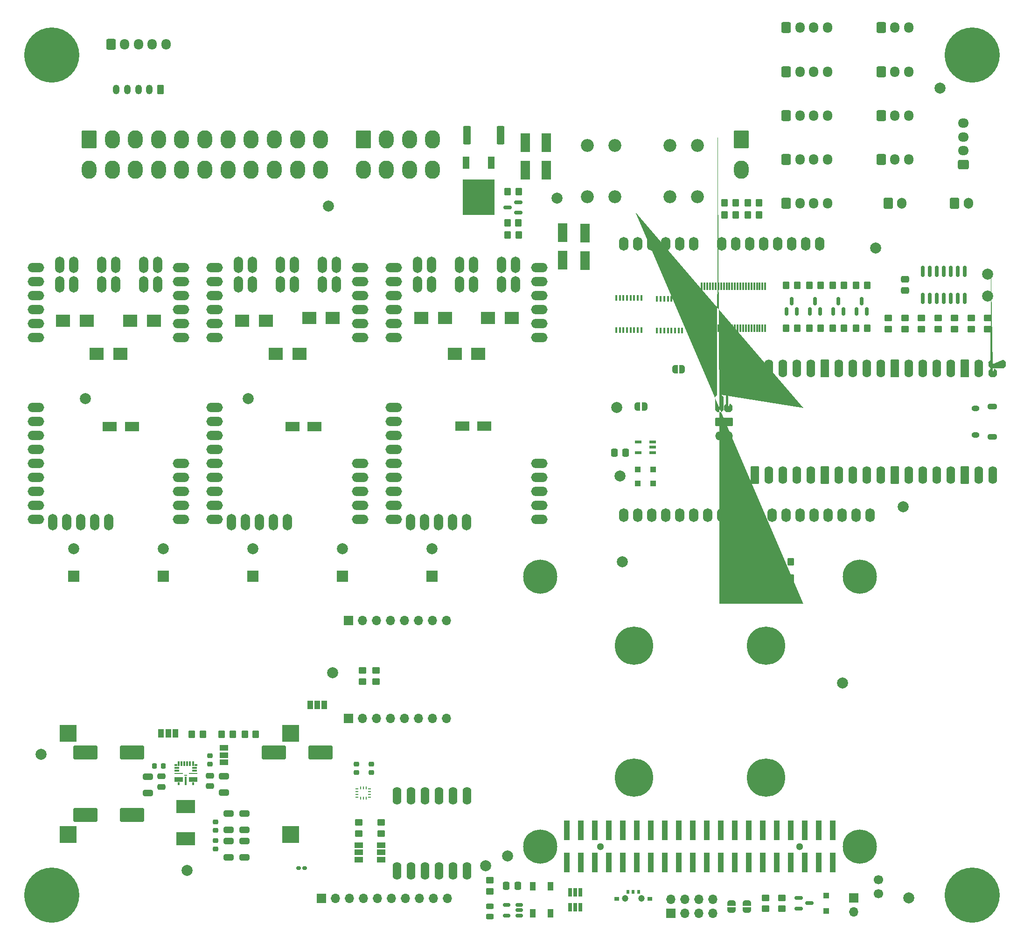
<source format=gbr>
%TF.GenerationSoftware,KiCad,Pcbnew,6.0.11+dfsg-1~bpo11+1*%
%TF.CreationDate,2023-04-27T19:59:20+00:00*%
%TF.ProjectId,OpenMowerMainboard,4f70656e-4d6f-4776-9572-4d61696e626f,rev?*%
%TF.SameCoordinates,Original*%
%TF.FileFunction,Soldermask,Top*%
%TF.FilePolarity,Negative*%
%FSLAX46Y46*%
G04 Gerber Fmt 4.6, Leading zero omitted, Abs format (unit mm)*
G04 Created by KiCad (PCBNEW 6.0.11+dfsg-1~bpo11+1) date 2023-04-27 19:59:20*
%MOMM*%
%LPD*%
G01*
G04 APERTURE LIST*
G04 Aperture macros list*
%AMRoundRect*
0 Rectangle with rounded corners*
0 $1 Rounding radius*
0 $2 $3 $4 $5 $6 $7 $8 $9 X,Y pos of 4 corners*
0 Add a 4 corners polygon primitive as box body*
4,1,4,$2,$3,$4,$5,$6,$7,$8,$9,$2,$3,0*
0 Add four circle primitives for the rounded corners*
1,1,$1+$1,$2,$3*
1,1,$1+$1,$4,$5*
1,1,$1+$1,$6,$7*
1,1,$1+$1,$8,$9*
0 Add four rect primitives between the rounded corners*
20,1,$1+$1,$2,$3,$4,$5,0*
20,1,$1+$1,$4,$5,$6,$7,0*
20,1,$1+$1,$6,$7,$8,$9,0*
20,1,$1+$1,$8,$9,$2,$3,0*%
%AMFreePoly0*
4,1,22,0.500000,-0.750000,0.000000,-0.750000,0.000000,-0.745033,-0.079941,-0.743568,-0.215256,-0.701293,-0.333266,-0.622738,-0.424486,-0.514219,-0.481581,-0.384460,-0.499164,-0.250000,-0.500000,-0.250000,-0.500000,0.250000,-0.499164,0.250000,-0.499963,0.256109,-0.478152,0.396186,-0.417904,0.524511,-0.324060,0.630769,-0.204165,0.706417,-0.067858,0.745374,0.000000,0.744959,0.000000,0.750000,
0.500000,0.750000,0.500000,-0.750000,0.500000,-0.750000,$1*%
%AMFreePoly1*
4,1,20,0.000000,0.744959,0.073905,0.744508,0.209726,0.703889,0.328688,0.626782,0.421226,0.519385,0.479903,0.390333,0.500000,0.250000,0.500000,-0.250000,0.499851,-0.262216,0.476331,-0.402017,0.414519,-0.529596,0.319384,-0.634700,0.198574,-0.708877,0.061801,-0.746166,0.000000,-0.745033,0.000000,-0.750000,-0.500000,-0.750000,-0.500000,0.750000,0.000000,0.750000,0.000000,0.744959,
0.000000,0.744959,$1*%
%AMFreePoly2*
4,1,57,1.881438,0.792513,1.914631,0.788760,1.924366,0.782642,1.935575,0.780064,1.961670,0.759195,1.989950,0.741421,2.341668,0.389704,2.359398,0.361385,2.380215,0.335261,2.382772,0.324050,2.388875,0.314303,2.392571,0.281098,2.400000,0.248529,2.400000,-0.248878,2.392513,-0.281438,2.388760,-0.314632,2.382641,-0.324367,2.380064,-0.335575,2.359196,-0.361669,2.341421,-0.389950,
1.989704,-0.741668,1.961385,-0.759398,1.935261,-0.780215,1.924050,-0.782772,1.914303,-0.788875,1.881098,-0.792571,1.848529,-0.800000,-0.248878,-0.800000,-0.281438,-0.792513,-0.314632,-0.788760,-0.324367,-0.782641,-0.335575,-0.780064,-0.361669,-0.759196,-0.389950,-0.741421,-0.741668,-0.389704,-0.759398,-0.361385,-0.780215,-0.335261,-0.782772,-0.324050,-0.788875,-0.314303,-0.792571,-0.281098,
-0.800000,-0.248529,-0.800000,0.248878,-0.792513,0.281438,-0.788760,0.314631,-0.782642,0.324366,-0.780064,0.335575,-0.759195,0.361670,-0.741421,0.389950,-0.389704,0.741668,-0.361385,0.759398,-0.335261,0.780215,-0.324050,0.782772,-0.314303,0.788875,-0.281098,0.792571,-0.248529,0.800000,1.848878,0.800000,1.881438,0.792513,1.881438,0.792513,$1*%
%AMFreePoly3*
4,1,57,0.281438,0.792513,0.314631,0.788760,0.324366,0.782642,0.335575,0.780064,0.361670,0.759195,0.389950,0.741421,0.741668,0.389704,0.759398,0.361385,0.780215,0.335261,0.782772,0.324050,0.788875,0.314303,0.792571,0.281098,0.800000,0.248529,0.800000,-0.248878,0.792513,-0.281438,0.788760,-0.314632,0.782641,-0.324367,0.780064,-0.335575,0.759196,-0.361669,0.741421,-0.389950,
0.389704,-0.741668,0.361385,-0.759398,0.335261,-0.780215,0.324050,-0.782772,0.314303,-0.788875,0.281098,-0.792571,0.248529,-0.800000,-0.248878,-0.800000,-0.281438,-0.792513,-0.314632,-0.788760,-0.324367,-0.782641,-0.335575,-0.780064,-0.361669,-0.759196,-0.389950,-0.741421,-0.741668,-0.389704,-0.759398,-0.361385,-0.780215,-0.335261,-0.782772,-0.324050,-0.788875,-0.314303,-0.792571,-0.281098,
-0.800000,-0.248529,-0.800000,0.248878,-0.792513,0.281438,-0.788760,0.314631,-0.782642,0.324366,-0.780064,0.335575,-0.759195,0.361670,-0.741421,0.389950,-0.389704,0.741668,-0.361385,0.759398,-0.335261,0.780215,-0.324050,0.782772,-0.314303,0.788875,-0.281098,0.792571,-0.248529,0.800000,0.248878,0.800000,0.281438,0.792513,0.281438,0.792513,$1*%
%AMFreePoly4*
4,1,57,0.281438,2.392513,0.314631,2.388760,0.324366,2.382642,0.335575,2.380064,0.361670,2.359195,0.389950,2.341421,0.741668,1.989704,0.759398,1.961385,0.780215,1.935261,0.782772,1.924050,0.788875,1.914303,0.792571,1.881098,0.800000,1.848529,0.800000,-0.248878,0.792513,-0.281438,0.788760,-0.314632,0.782641,-0.324367,0.780064,-0.335575,0.759196,-0.361669,0.741421,-0.389950,
0.389704,-0.741668,0.361385,-0.759398,0.335261,-0.780215,0.324050,-0.782772,0.314303,-0.788875,0.281098,-0.792571,0.248529,-0.800000,-0.248878,-0.800000,-0.281438,-0.792513,-0.314632,-0.788760,-0.324367,-0.782641,-0.335575,-0.780064,-0.361669,-0.759196,-0.389950,-0.741421,-0.741668,-0.389704,-0.759398,-0.361385,-0.780215,-0.335261,-0.782772,-0.324050,-0.788875,-0.314303,-0.792571,-0.281098,
-0.800000,-0.248529,-0.800000,1.848878,-0.792513,1.881438,-0.788760,1.914631,-0.782642,1.924366,-0.780064,1.935575,-0.759195,1.961670,-0.741421,1.989950,-0.389704,2.341668,-0.361385,2.359398,-0.335261,2.380215,-0.324050,2.382772,-0.314303,2.388875,-0.281098,2.392571,-0.248529,2.400000,0.248878,2.400000,0.281438,2.392513,0.281438,2.392513,$1*%
G04 Aperture macros list end*
%ADD10RoundRect,0.250001X-1.099999X-1.399999X1.099999X-1.399999X1.099999X1.399999X-1.099999X1.399999X0*%
%ADD11O,2.700000X3.300000*%
%ADD12RoundRect,0.250000X-0.600000X-0.725000X0.600000X-0.725000X0.600000X0.725000X-0.600000X0.725000X0*%
%ADD13O,1.700000X1.950000*%
%ADD14RoundRect,0.249999X0.350001X0.625001X-0.350001X0.625001X-0.350001X-0.625001X0.350001X-0.625001X0*%
%ADD15O,1.200000X1.750000*%
%ADD16C,0.900000*%
%ADD17C,10.000000*%
%ADD18R,1.800000X3.500000*%
%ADD19C,2.000000*%
%ADD20O,3.000000X1.700000*%
%ADD21O,1.700000X3.000000*%
%ADD22R,0.400000X1.000000*%
%ADD23RoundRect,0.250000X-0.450000X0.350000X-0.450000X-0.350000X0.450000X-0.350000X0.450000X0.350000X0*%
%ADD24RoundRect,0.225000X-0.250000X0.225000X-0.250000X-0.225000X0.250000X-0.225000X0.250000X0.225000X0*%
%ADD25RoundRect,0.150000X-0.587500X-0.150000X0.587500X-0.150000X0.587500X0.150000X-0.587500X0.150000X0*%
%ADD26RoundRect,0.250000X0.350000X0.450000X-0.350000X0.450000X-0.350000X-0.450000X0.350000X-0.450000X0*%
%ADD27RoundRect,0.250000X-0.350000X-0.450000X0.350000X-0.450000X0.350000X0.450000X-0.350000X0.450000X0*%
%ADD28R,0.475000X0.250000*%
%ADD29R,0.250000X0.475000*%
%ADD30RoundRect,0.250000X-0.337500X-0.475000X0.337500X-0.475000X0.337500X0.475000X-0.337500X0.475000X0*%
%ADD31R,2.000000X2.000000*%
%ADD32RoundRect,0.243750X-0.456250X0.243750X-0.456250X-0.243750X0.456250X-0.243750X0.456250X0.243750X0*%
%ADD33RoundRect,0.250000X0.450000X-0.350000X0.450000X0.350000X-0.450000X0.350000X-0.450000X-0.350000X0*%
%ADD34C,6.950000*%
%ADD35RoundRect,0.150000X0.512500X0.150000X-0.512500X0.150000X-0.512500X-0.150000X0.512500X-0.150000X0*%
%ADD36RoundRect,0.250000X1.950000X1.000000X-1.950000X1.000000X-1.950000X-1.000000X1.950000X-1.000000X0*%
%ADD37C,2.350000*%
%ADD38RoundRect,0.225000X0.250000X-0.225000X0.250000X0.225000X-0.250000X0.225000X-0.250000X-0.225000X0*%
%ADD39R,1.000000X1.500000*%
%ADD40R,1.100000X1.100000*%
%ADD41R,1.700000X1.700000*%
%ADD42O,1.700000X1.700000*%
%ADD43R,1.500000X1.000000*%
%ADD44RoundRect,0.250000X0.650000X-0.325000X0.650000X0.325000X-0.650000X0.325000X-0.650000X-0.325000X0*%
%ADD45R,2.500000X2.300000*%
%ADD46R,3.429000X2.413000*%
%ADD47R,2.500000X1.800000*%
%ADD48RoundRect,0.250000X-0.475000X0.337500X-0.475000X-0.337500X0.475000X-0.337500X0.475000X0.337500X0*%
%ADD49RoundRect,0.150000X0.150000X-0.587500X0.150000X0.587500X-0.150000X0.587500X-0.150000X-0.587500X0*%
%ADD50R,3.048000X3.048000*%
%ADD51C,6.200000*%
%ADD52C,1.300000*%
%ADD53R,1.020000X3.600000*%
%ADD54FreePoly0,180.000000*%
%ADD55FreePoly1,180.000000*%
%ADD56RoundRect,0.250000X-0.650000X0.325000X-0.650000X-0.325000X0.650000X-0.325000X0.650000X0.325000X0*%
%ADD57R,0.650000X1.560000*%
%ADD58RoundRect,0.250000X-0.600000X-0.750000X0.600000X-0.750000X0.600000X0.750000X-0.600000X0.750000X0*%
%ADD59O,1.700000X2.000000*%
%ADD60RoundRect,0.250000X-1.950000X-1.000000X1.950000X-1.000000X1.950000X1.000000X-1.950000X1.000000X0*%
%ADD61R,0.300000X1.425000*%
%ADD62R,1.150000X0.600000*%
%ADD63RoundRect,0.225000X0.225000X0.250000X-0.225000X0.250000X-0.225000X-0.250000X0.225000X-0.250000X0*%
%ADD64RoundRect,0.250000X0.725000X-0.600000X0.725000X0.600000X-0.725000X0.600000X-0.725000X-0.600000X0*%
%ADD65O,1.950000X1.700000*%
%ADD66C,1.200000*%
%ADD67R,0.600000X0.700000*%
%ADD68R,0.900000X0.700000*%
%ADD69RoundRect,0.250000X-0.475000X0.250000X-0.475000X-0.250000X0.475000X-0.250000X0.475000X0.250000X0*%
%ADD70R,1.200000X2.200000*%
%ADD71R,5.800000X6.400000*%
%ADD72O,1.800000X1.100000*%
%ADD73O,1.450000X1.050000*%
%ADD74FreePoly2,270.000000*%
%ADD75FreePoly3,270.000000*%
%ADD76C,1.600000*%
%ADD77O,1.600000X3.200000*%
%ADD78RoundRect,0.200000X-0.600000X0.600000X-0.600000X-0.600000X0.600000X-0.600000X0.600000X0.600000X0*%
%ADD79RoundRect,0.200000X-0.600000X1.400000X-0.600000X-1.400000X0.600000X-1.400000X0.600000X1.400000X0*%
%ADD80FreePoly4,270.000000*%
%ADD81RoundRect,0.200000X-1.400000X0.600000X-1.400000X-0.600000X1.400000X-0.600000X1.400000X0.600000X0*%
%ADD82O,3.200000X1.600000*%
%ADD83RoundRect,0.160000X0.222500X0.160000X-0.222500X0.160000X-0.222500X-0.160000X0.222500X-0.160000X0*%
%ADD84C,1.700000*%
%ADD85FreePoly0,90.000000*%
%ADD86FreePoly1,90.000000*%
%ADD87RoundRect,0.250000X0.337500X0.475000X-0.337500X0.475000X-0.337500X-0.475000X0.337500X-0.475000X0*%
%ADD88R,0.875000X0.300000*%
%ADD89R,1.525000X0.250000*%
%ADD90R,1.525000X0.950000*%
%ADD91R,0.450000X0.600000*%
%ADD92R,0.300000X1.650000*%
%ADD93R,0.450000X0.875000*%
%ADD94R,0.300000X0.875000*%
%ADD95R,0.500000X0.350000*%
%ADD96R,0.600000X0.250000*%
%ADD97RoundRect,0.249999X0.450001X1.425001X-0.450001X1.425001X-0.450001X-1.425001X0.450001X-1.425001X0*%
%ADD98RoundRect,0.150000X0.150000X-0.825000X0.150000X0.825000X-0.150000X0.825000X-0.150000X-0.825000X0*%
%ADD99O,1.727200X2.500000*%
%ADD100RoundRect,0.150000X0.587500X0.150000X-0.587500X0.150000X-0.587500X-0.150000X0.587500X-0.150000X0*%
G04 APERTURE END LIST*
D10*
%TO.C,J1*%
X33250000Y-45250000D03*
D11*
X37450000Y-45250000D03*
X41650000Y-45250000D03*
X45850000Y-45250000D03*
X50050000Y-45250000D03*
X54250000Y-45250000D03*
X58450000Y-45250000D03*
X62650000Y-45250000D03*
X66850000Y-45250000D03*
X71050000Y-45250000D03*
X75250000Y-45250000D03*
X33250000Y-50750000D03*
X37450000Y-50750000D03*
X41650000Y-50750000D03*
X45850000Y-50750000D03*
X50050000Y-50750000D03*
X54250000Y-50750000D03*
X58450000Y-50750000D03*
X62650000Y-50750000D03*
X66850000Y-50750000D03*
X71050000Y-50750000D03*
X75250000Y-50750000D03*
%TD*%
D10*
%TO.C,J2*%
X83000000Y-45250000D03*
D11*
X87200000Y-45250000D03*
X91400000Y-45250000D03*
X95600000Y-45250000D03*
X83000000Y-50750000D03*
X87200000Y-50750000D03*
X91400000Y-50750000D03*
X95600000Y-50750000D03*
%TD*%
D10*
%TO.C,J3*%
X151600000Y-45250000D03*
D11*
X151600000Y-50750000D03*
%TD*%
D12*
%TO.C,J13*%
X177000000Y-40935000D03*
D13*
X179500000Y-40935000D03*
X182000000Y-40935000D03*
%TD*%
D12*
%TO.C,J14*%
X177000000Y-48902500D03*
D13*
X179500000Y-48902500D03*
X182000000Y-48902500D03*
%TD*%
D12*
%TO.C,J5*%
X159750000Y-25000000D03*
D13*
X162250000Y-25000000D03*
X164750000Y-25000000D03*
X167250000Y-25000000D03*
%TD*%
D12*
%TO.C,J6*%
X159750000Y-32967500D03*
D13*
X162250000Y-32967500D03*
X164750000Y-32967500D03*
X167250000Y-32967500D03*
%TD*%
D12*
%TO.C,J7*%
X159750000Y-40935000D03*
D13*
X162250000Y-40935000D03*
X164750000Y-40935000D03*
X167250000Y-40935000D03*
%TD*%
D12*
%TO.C,J8*%
X159750000Y-48902500D03*
D13*
X162250000Y-48902500D03*
X164750000Y-48902500D03*
X167250000Y-48902500D03*
%TD*%
D12*
%TO.C,J9*%
X159750000Y-56870000D03*
D13*
X162250000Y-56870000D03*
X164750000Y-56870000D03*
X167250000Y-56870000D03*
%TD*%
D12*
%TO.C,J12*%
X177000000Y-32967500D03*
D13*
X179500000Y-32967500D03*
X182000000Y-32967500D03*
%TD*%
D14*
%TO.C,J10*%
X46196000Y-36195000D03*
D15*
X44196000Y-36195000D03*
X42196000Y-36195000D03*
X40196000Y-36195000D03*
X38196000Y-36195000D03*
%TD*%
D12*
%TO.C,J11*%
X177000000Y-25000000D03*
D13*
X179500000Y-25000000D03*
X182000000Y-25000000D03*
%TD*%
D16*
%TO.C,H1*%
X23848350Y-32651650D03*
X29151650Y-27348350D03*
X22750000Y-30000000D03*
X30250000Y-30000000D03*
X23848350Y-27348350D03*
X29151650Y-32651650D03*
X26500000Y-26250000D03*
X26500000Y-33750000D03*
D17*
X26500000Y-30000000D03*
%TD*%
D16*
%TO.C,H2*%
X30250000Y-182500000D03*
D17*
X26500000Y-182500000D03*
D16*
X23848350Y-179848350D03*
X22750000Y-182500000D03*
X29151650Y-179848350D03*
X26500000Y-186250000D03*
X29151650Y-185151650D03*
X26500000Y-178750000D03*
X23848350Y-185151650D03*
%TD*%
%TO.C,H3*%
X196151650Y-32651650D03*
X197250000Y-30000000D03*
X193500000Y-26250000D03*
D17*
X193500000Y-30000000D03*
D16*
X193500000Y-33750000D03*
X196151650Y-27348350D03*
X190848350Y-27348350D03*
X190848350Y-32651650D03*
X189750000Y-30000000D03*
%TD*%
%TO.C,H4*%
X193500000Y-186250000D03*
X196151650Y-179848350D03*
X197250000Y-182500000D03*
X190848350Y-185151650D03*
X190848350Y-179848350D03*
X196151650Y-185151650D03*
D17*
X193500000Y-182500000D03*
D16*
X189750000Y-182500000D03*
X193500000Y-178750000D03*
%TD*%
D18*
%TO.C,D15*%
X123250000Y-67300000D03*
X123250000Y-62300000D03*
%TD*%
D19*
%TO.C,FID16*%
X118200000Y-55950000D03*
%TD*%
D20*
%TO.C,U5*%
X56060000Y-111775000D03*
X56060000Y-109235000D03*
X56060000Y-104155000D03*
X56060000Y-101615000D03*
X56060000Y-99075000D03*
X56060000Y-76215000D03*
X82460000Y-73675000D03*
X82460000Y-76215000D03*
X56060000Y-106695000D03*
X56060000Y-73675000D03*
X56060000Y-96535000D03*
D21*
X59100000Y-114815000D03*
X61640000Y-114815000D03*
X66720000Y-114815000D03*
X69260000Y-114815000D03*
D20*
X82460000Y-114315000D03*
X82460000Y-111775000D03*
X82460000Y-109235000D03*
X82460000Y-106695000D03*
X82460000Y-68595000D03*
D21*
X64180000Y-114815000D03*
D20*
X82460000Y-71135000D03*
X56060000Y-93995000D03*
X56060000Y-114315000D03*
X82460000Y-104155000D03*
X56060000Y-68595000D03*
X56060000Y-71135000D03*
D21*
X75610000Y-71635000D03*
X78150000Y-71635000D03*
X78150000Y-68095000D03*
X75610000Y-68095000D03*
X70530000Y-68095000D03*
X67990000Y-71635000D03*
X70530000Y-71635000D03*
X67990000Y-68095000D03*
D20*
X56060000Y-78755000D03*
X56060000Y-81295000D03*
X82460000Y-81295000D03*
X82460000Y-78755000D03*
D21*
X60370000Y-68095000D03*
X62910000Y-71635000D03*
X62910000Y-68095000D03*
X60370000Y-71635000D03*
%TD*%
D22*
%TO.C,U9*%
X128925000Y-79900000D03*
X129575000Y-79900000D03*
X130225000Y-79900000D03*
X130875000Y-79900000D03*
X131525000Y-79900000D03*
X132175000Y-79900000D03*
X132825000Y-79900000D03*
X133475000Y-79900000D03*
X133475000Y-74100000D03*
X132825000Y-74100000D03*
X132175000Y-74100000D03*
X131525000Y-74100000D03*
X130875000Y-74100000D03*
X130225000Y-74100000D03*
X129575000Y-74100000D03*
X128925000Y-74100000D03*
%TD*%
D23*
%TO.C,R5*%
X159000000Y-183000000D03*
X159000000Y-185000000D03*
%TD*%
D24*
%TO.C,C19*%
X56200000Y-172625000D03*
X56200000Y-174175000D03*
%TD*%
D25*
%TO.C,Q3*%
X162062500Y-183050000D03*
X162062500Y-184950000D03*
X163937500Y-184000000D03*
%TD*%
D26*
%TO.C,R41*%
X154800000Y-56800000D03*
X152800000Y-56800000D03*
%TD*%
D27*
%TO.C,R26*%
X109220000Y-62650000D03*
X111220000Y-62650000D03*
%TD*%
D28*
%TO.C,AC1201*%
X84162500Y-164750000D03*
X84162500Y-164250000D03*
X84162500Y-163750000D03*
X84162500Y-163250000D03*
D29*
X83500000Y-163087500D03*
X83000000Y-163087500D03*
X82500000Y-163087500D03*
D28*
X81837500Y-163250000D03*
X81837500Y-163750000D03*
X81837500Y-164250000D03*
X81837500Y-164750000D03*
D29*
X82500000Y-164912500D03*
X83000000Y-164912500D03*
X83500000Y-164912500D03*
%TD*%
D19*
%TO.C,FID6*%
X130000000Y-122000000D03*
%TD*%
D30*
%TO.C,C25*%
X108962500Y-180800000D03*
X111037500Y-180800000D03*
%TD*%
D31*
%TO.C,C3*%
X79235005Y-124612400D03*
D19*
X79235005Y-119612400D03*
%TD*%
D32*
%TO.C,D23*%
X106000000Y-184522500D03*
X106000000Y-186397500D03*
%TD*%
D33*
%TO.C,R14*%
X86223200Y-171352000D03*
X86223200Y-169352000D03*
%TD*%
D34*
%TO.C,MH6*%
X132100000Y-161200000D03*
%TD*%
D35*
%TO.C,U7*%
X111307500Y-186220000D03*
X111307500Y-185270000D03*
X111307500Y-184320000D03*
X109032500Y-184320000D03*
X109032500Y-186220000D03*
%TD*%
D36*
%TO.C,C10*%
X41000000Y-168000000D03*
X32600000Y-168000000D03*
%TD*%
D37*
%TO.C,F4*%
X128675000Y-55700000D03*
X123675000Y-55700000D03*
X143675000Y-55700000D03*
X138675000Y-55700000D03*
%TD*%
D26*
%TO.C,R40*%
X150600000Y-56800000D03*
X148600000Y-56800000D03*
%TD*%
D38*
%TO.C,C24*%
X81750000Y-160275000D03*
X81750000Y-158725000D03*
%TD*%
D33*
%TO.C,R50*%
X196320000Y-79720000D03*
X196320000Y-77720000D03*
%TD*%
D39*
%TO.C,JP1*%
X75946000Y-147980400D03*
X74646000Y-147980400D03*
X73346000Y-147980400D03*
%TD*%
D26*
%TO.C,R43*%
X154800000Y-59000000D03*
X152800000Y-59000000D03*
%TD*%
D23*
%TO.C,R13*%
X85344000Y-141748000D03*
X85344000Y-143748000D03*
%TD*%
D40*
%TO.C,D14*%
X132800000Y-107800000D03*
X135600000Y-107800000D03*
%TD*%
D31*
%TO.C,C2*%
X30428020Y-124612400D03*
D19*
X30428020Y-119612400D03*
%TD*%
D20*
%TO.C,U4*%
X23560000Y-111775000D03*
X23560000Y-109235000D03*
X23560000Y-104155000D03*
X23560000Y-101615000D03*
X23560000Y-99075000D03*
X23560000Y-76215000D03*
X49960000Y-73675000D03*
X23560000Y-106695000D03*
X23560000Y-73675000D03*
X49960000Y-76215000D03*
X23560000Y-96535000D03*
D21*
X26600000Y-114815000D03*
X29140000Y-114815000D03*
X34220000Y-114815000D03*
X36760000Y-114815000D03*
D20*
X49960000Y-114315000D03*
X49960000Y-111775000D03*
X49960000Y-109235000D03*
X49960000Y-106695000D03*
D21*
X31680000Y-114815000D03*
D20*
X23560000Y-71135000D03*
X23560000Y-114315000D03*
X49960000Y-71135000D03*
X49960000Y-68595000D03*
X23560000Y-93995000D03*
X49960000Y-104155000D03*
X23560000Y-68595000D03*
D21*
X45650000Y-68095000D03*
X43110000Y-71635000D03*
X45650000Y-71635000D03*
X43110000Y-68095000D03*
X38030000Y-71635000D03*
X35490000Y-71635000D03*
X35490000Y-68095000D03*
X38030000Y-68095000D03*
D20*
X23560000Y-81295000D03*
X23560000Y-78755000D03*
X49960000Y-81295000D03*
X49960000Y-78755000D03*
D21*
X30410000Y-71635000D03*
X27870000Y-71635000D03*
X30410000Y-68095000D03*
X27870000Y-68095000D03*
%TD*%
D41*
%TO.C,J20*%
X75392200Y-183083200D03*
D42*
X77932200Y-183083200D03*
X80472200Y-183083200D03*
X83012200Y-183083200D03*
X85552200Y-183083200D03*
X88092200Y-183083200D03*
X90632200Y-183083200D03*
X93172200Y-183083200D03*
X95712200Y-183083200D03*
X98252200Y-183083200D03*
%TD*%
D27*
%TO.C,R15*%
X168216666Y-79600000D03*
X170216666Y-79600000D03*
%TD*%
D34*
%TO.C,MH7*%
X132100000Y-137200000D03*
%TD*%
D19*
%TO.C,FID5*%
X182000000Y-183000000D03*
%TD*%
D23*
%TO.C,R48*%
X193320000Y-77720000D03*
X193320000Y-79720000D03*
%TD*%
D36*
%TO.C,C9*%
X41000000Y-156600000D03*
X32600000Y-156600000D03*
%TD*%
D38*
%TO.C,C18*%
X56200000Y-170775000D03*
X56200000Y-169225000D03*
%TD*%
D19*
%TO.C,FID11*%
X77414800Y-142183200D03*
%TD*%
D43*
%TO.C,JP10*%
X82163200Y-173452000D03*
X82163200Y-174752000D03*
X82163200Y-176052000D03*
%TD*%
D44*
%TO.C,C16*%
X58600000Y-170675000D03*
X58600000Y-167725000D03*
%TD*%
D45*
%TO.C,D7*%
X73175000Y-77750000D03*
X77475000Y-77750000D03*
%TD*%
D46*
%TO.C,L1*%
X50800000Y-166479000D03*
X50800000Y-172321000D03*
%TD*%
D47*
%TO.C,D19*%
X70150000Y-97400000D03*
X74150000Y-97400000D03*
%TD*%
D45*
%TO.C,D5*%
X28545000Y-78250000D03*
X32845000Y-78250000D03*
%TD*%
D20*
%TO.C,U6*%
X88560000Y-111775000D03*
X88560000Y-109235000D03*
X88560000Y-104155000D03*
X88560000Y-101615000D03*
X88560000Y-99075000D03*
X114960000Y-76215000D03*
X114960000Y-73675000D03*
X88560000Y-73675000D03*
X88560000Y-76215000D03*
X88560000Y-106695000D03*
X88560000Y-96535000D03*
D21*
X91600000Y-114815000D03*
X94140000Y-114815000D03*
X99220000Y-114815000D03*
X101760000Y-114815000D03*
D20*
X114960000Y-114315000D03*
X114960000Y-111775000D03*
X114960000Y-109235000D03*
X114960000Y-106695000D03*
X114960000Y-104155000D03*
X88560000Y-93995000D03*
X114960000Y-68595000D03*
D21*
X96680000Y-114815000D03*
D20*
X88560000Y-114315000D03*
X88560000Y-68595000D03*
X88560000Y-71135000D03*
X114960000Y-71135000D03*
D21*
X110650000Y-71635000D03*
X108110000Y-71635000D03*
X110650000Y-68095000D03*
X108110000Y-68095000D03*
X100490000Y-68095000D03*
X100490000Y-71635000D03*
X103030000Y-68095000D03*
X103030000Y-71635000D03*
D20*
X88560000Y-81295000D03*
X114960000Y-78755000D03*
X114960000Y-81295000D03*
X88560000Y-78755000D03*
D21*
X95410000Y-68095000D03*
X92870000Y-68095000D03*
X95410000Y-71635000D03*
X92870000Y-71635000D03*
%TD*%
D45*
%TO.C,D9*%
X67100000Y-84250000D03*
X71400000Y-84250000D03*
%TD*%
D26*
%TO.C,R11*%
X59300000Y-153300000D03*
X57300000Y-153300000D03*
%TD*%
D33*
%TO.C,R7*%
X82854800Y-143748000D03*
X82854800Y-141748000D03*
%TD*%
D34*
%TO.C,MH5*%
X156100000Y-161200000D03*
%TD*%
D40*
%TO.C,D13*%
X135600000Y-105200000D03*
X132800000Y-105200000D03*
%TD*%
D33*
%TO.C,R44*%
X187320000Y-79720000D03*
X187320000Y-77720000D03*
%TD*%
D26*
%TO.C,R12*%
X63500000Y-153300000D03*
X61500000Y-153300000D03*
%TD*%
D37*
%TO.C,F2*%
X123675000Y-46350000D03*
X128675000Y-46350000D03*
X138675000Y-46350000D03*
X143675000Y-46350000D03*
%TD*%
D31*
%TO.C,C6*%
X46697015Y-124612400D03*
D19*
X46697015Y-119612400D03*
%TD*%
D22*
%TO.C,U10*%
X136325000Y-80000000D03*
X136975000Y-80000000D03*
X137625000Y-80000000D03*
X138275000Y-80000000D03*
X138925000Y-80000000D03*
X139575000Y-80000000D03*
X140225000Y-80000000D03*
X140875000Y-80000000D03*
X140875000Y-74200000D03*
X140225000Y-74200000D03*
X139575000Y-74200000D03*
X138925000Y-74200000D03*
X138275000Y-74200000D03*
X137625000Y-74200000D03*
X136975000Y-74200000D03*
X136325000Y-74200000D03*
%TD*%
D47*
%TO.C,D20*%
X100950000Y-97350000D03*
X104950000Y-97350000D03*
%TD*%
D48*
%TO.C,C5*%
X181320000Y-70682500D03*
X181320000Y-72757500D03*
%TD*%
D19*
%TO.C,FID1*%
X105200000Y-177200000D03*
%TD*%
%TO.C,FID9*%
X109200000Y-175400000D03*
%TD*%
D49*
%TO.C,Q16*%
X172499999Y-76537500D03*
X174399999Y-76537500D03*
X173449999Y-74662500D03*
%TD*%
D12*
%TO.C,J4*%
X37200000Y-28000000D03*
D13*
X39700000Y-28000000D03*
X42200000Y-28000000D03*
X44700000Y-28000000D03*
X47200000Y-28000000D03*
%TD*%
D50*
%TO.C,U1*%
X29450000Y-171524000D03*
X29450000Y-153124000D03*
X69850000Y-153124000D03*
X69850000Y-171524000D03*
%TD*%
D19*
%TO.C,FID10*%
X62100000Y-92400000D03*
%TD*%
D51*
%TO.C,MH3*%
X115100000Y-124700000D03*
%TD*%
D52*
%TO.C,J21*%
X162200000Y-173700000D03*
X126000000Y-173700000D03*
D53*
X119970000Y-170800000D03*
X119970000Y-176600000D03*
X122510000Y-170800000D03*
X122510000Y-176600000D03*
X125050000Y-170800000D03*
X125050000Y-176600000D03*
X127590000Y-170800000D03*
X127590000Y-176600000D03*
X130130000Y-170800000D03*
X130130000Y-176600000D03*
X132670000Y-170800000D03*
X132670000Y-176600000D03*
X135210000Y-170800000D03*
X135210000Y-176600000D03*
X137750000Y-170800000D03*
X137750000Y-176600000D03*
X140290000Y-170800000D03*
X140290000Y-176600000D03*
X142830000Y-170800000D03*
X142830000Y-176600000D03*
X145370000Y-170800000D03*
X145370000Y-176600000D03*
X147910000Y-170800000D03*
X147910000Y-176600000D03*
X150450000Y-170800000D03*
X150450000Y-176600000D03*
X152990000Y-170800000D03*
X152990000Y-176600000D03*
X155530000Y-170800000D03*
X155530000Y-176600000D03*
X158070000Y-170800000D03*
X158070000Y-176600000D03*
X160610000Y-170800000D03*
X160610000Y-176600000D03*
X163150000Y-170800000D03*
X163150000Y-176600000D03*
X165690000Y-170800000D03*
X165690000Y-176600000D03*
X168230000Y-170800000D03*
X168230000Y-176600000D03*
%TD*%
D54*
%TO.C,JP6*%
X134050000Y-93800000D03*
D55*
X132750000Y-93800000D03*
%TD*%
D23*
%TO.C,R46*%
X181320000Y-77720000D03*
X181320000Y-79720000D03*
%TD*%
D27*
%TO.C,R2*%
X158600000Y-122030000D03*
X160600000Y-122030000D03*
%TD*%
%TO.C,R9*%
X163983333Y-79600000D03*
X165983333Y-79600000D03*
%TD*%
%TO.C,R10*%
X163983333Y-71800000D03*
X165983333Y-71800000D03*
%TD*%
D31*
%TO.C,C7*%
X62966010Y-124612400D03*
D19*
X62966010Y-119612400D03*
%TD*%
D27*
%TO.C,R19*%
X172449999Y-79600000D03*
X174449999Y-79600000D03*
%TD*%
D56*
%TO.C,C20*%
X61400000Y-172725000D03*
X61400000Y-175675000D03*
%TD*%
D45*
%TO.C,D10*%
X105675000Y-77750000D03*
X109975000Y-77750000D03*
%TD*%
D57*
%TO.C,U3*%
X122430000Y-182060000D03*
X121480000Y-182060000D03*
X120530000Y-182060000D03*
X120530000Y-184760000D03*
X121480000Y-184760000D03*
X122430000Y-184760000D03*
%TD*%
D23*
%TO.C,R18*%
X106000000Y-179840000D03*
X106000000Y-181840000D03*
%TD*%
D26*
%TO.C,R42*%
X150600000Y-59000000D03*
X148600000Y-59000000D03*
%TD*%
D23*
%TO.C,R49*%
X190320000Y-77720000D03*
X190320000Y-79720000D03*
%TD*%
D31*
%TO.C,C8*%
X95504000Y-124612400D03*
D19*
X95504000Y-119612400D03*
%TD*%
D27*
%TO.C,R16*%
X168216666Y-71800000D03*
X170216666Y-71800000D03*
%TD*%
D56*
%TO.C,C11*%
X57700000Y-160925000D03*
X57700000Y-163875000D03*
%TD*%
D44*
%TO.C,C22*%
X61400000Y-170675000D03*
X61400000Y-167725000D03*
%TD*%
D58*
%TO.C,J18*%
X190320000Y-56870000D03*
D59*
X192820000Y-56870000D03*
%TD*%
D60*
%TO.C,C23*%
X66800000Y-156600000D03*
X75200000Y-156600000D03*
%TD*%
D51*
%TO.C,MH4*%
X173100000Y-124700000D03*
%TD*%
D43*
%TO.C,JP5*%
X57700000Y-155800000D03*
X57700000Y-157100000D03*
X57700000Y-158400000D03*
%TD*%
D38*
%TO.C,C17*%
X55200000Y-158775000D03*
X55200000Y-157225000D03*
%TD*%
D27*
%TO.C,R27*%
X109170000Y-60450000D03*
X111170000Y-60450000D03*
%TD*%
D33*
%TO.C,R4*%
X156000000Y-185000000D03*
X156000000Y-183000000D03*
%TD*%
D61*
%TO.C,IC1*%
X155950000Y-71988000D03*
X155450000Y-71988000D03*
X154950000Y-71988000D03*
X154450000Y-71988000D03*
X153950000Y-71988000D03*
X153450000Y-71988000D03*
X152950000Y-71988000D03*
X152450000Y-71988000D03*
X151950000Y-71988000D03*
X151450000Y-71988000D03*
X150950000Y-71988000D03*
X150450000Y-71988000D03*
X149950000Y-71988000D03*
X149450000Y-71988000D03*
X148950000Y-71988000D03*
X148450000Y-71988000D03*
X147950000Y-71988000D03*
X147450000Y-71988000D03*
X146950000Y-71988000D03*
X146450000Y-71988000D03*
X145950000Y-71988000D03*
X145450000Y-71988000D03*
X144950000Y-71988000D03*
X144450000Y-71988000D03*
X144450000Y-79612000D03*
X144950000Y-79612000D03*
X145450000Y-79612000D03*
X145950000Y-79612000D03*
X146450000Y-79612000D03*
X146950000Y-79612000D03*
X147450000Y-79612000D03*
X147950000Y-79612000D03*
X148450000Y-79612000D03*
X148950000Y-79612000D03*
X149450000Y-79612000D03*
X149950000Y-79612000D03*
X150450000Y-79612000D03*
X150950000Y-79612000D03*
X151450000Y-79612000D03*
X151950000Y-79612000D03*
X152450000Y-79612000D03*
X152950000Y-79612000D03*
X153450000Y-79612000D03*
X153950000Y-79612000D03*
X154450000Y-79612000D03*
X154950000Y-79612000D03*
X155450000Y-79612000D03*
X155950000Y-79612000D03*
%TD*%
D62*
%TO.C,IC2*%
X135500000Y-102150000D03*
X135500000Y-101200000D03*
X135500000Y-100250000D03*
X132900000Y-100250000D03*
X132900000Y-102150000D03*
%TD*%
D58*
%TO.C,J17*%
X178250000Y-56870000D03*
D59*
X180750000Y-56870000D03*
%TD*%
D63*
%TO.C,C15*%
X46675000Y-159100000D03*
X45125000Y-159100000D03*
%TD*%
D49*
%TO.C,Q13*%
X159800000Y-76537500D03*
X161700000Y-76537500D03*
X160750000Y-74662500D03*
%TD*%
D45*
%TO.C,D11*%
X93545000Y-77750000D03*
X97845000Y-77750000D03*
%TD*%
D19*
%TO.C,FID15*%
X24550000Y-156950000D03*
%TD*%
D33*
%TO.C,R17*%
X82159200Y-171352000D03*
X82159200Y-169352000D03*
%TD*%
D27*
%TO.C,R20*%
X172449999Y-71800000D03*
X174449999Y-71800000D03*
%TD*%
D64*
%TO.C,J19*%
X191870000Y-49852500D03*
D65*
X191870000Y-47352500D03*
X191870000Y-44852500D03*
X191870000Y-42352500D03*
%TD*%
D45*
%TO.C,D4*%
X40675000Y-78250000D03*
X44975000Y-78250000D03*
%TD*%
D49*
%TO.C,Q15*%
X168266666Y-76537500D03*
X170166666Y-76537500D03*
X169216666Y-74662500D03*
%TD*%
D19*
%TO.C,FID13*%
X32550000Y-92400000D03*
%TD*%
D66*
%TO.C,SW1*%
X130500000Y-183097500D03*
X133500000Y-183097500D03*
D67*
X131000000Y-181907500D03*
X133000000Y-181907500D03*
D68*
X135000000Y-183167500D03*
X129000000Y-183167500D03*
D67*
X132000000Y-181907500D03*
%TD*%
D69*
%TO.C,C14*%
X55200000Y-160850000D03*
X55200000Y-162750000D03*
%TD*%
D19*
%TO.C,FID12*%
X76650000Y-57400000D03*
%TD*%
D45*
%TO.C,D12*%
X99600000Y-84250000D03*
X103900000Y-84250000D03*
%TD*%
D47*
%TO.C,D18*%
X37000000Y-97400000D03*
X41000000Y-97400000D03*
%TD*%
D51*
%TO.C,MH2*%
X115100000Y-173700000D03*
%TD*%
D45*
%TO.C,D6*%
X34600000Y-84250000D03*
X38900000Y-84250000D03*
%TD*%
D70*
%TO.C,Q6*%
X106230000Y-49480000D03*
D71*
X103950000Y-55780000D03*
D70*
X101670000Y-49480000D03*
%TD*%
D27*
%TO.C,R8*%
X51900000Y-153300000D03*
X53900000Y-153300000D03*
%TD*%
D39*
%TO.C,D25*%
X113785000Y-185805000D03*
X116985000Y-185805000D03*
X116985000Y-180905000D03*
X113785000Y-180905000D03*
%TD*%
D34*
%TO.C,MH8*%
X156100000Y-137200000D03*
%TD*%
D19*
%TO.C,TP5*%
X129600000Y-106400000D03*
%TD*%
D72*
%TO.C,U11*%
X197136544Y-99287104D03*
D73*
X194106544Y-94137104D03*
X194106544Y-98987104D03*
D72*
X197136544Y-93837104D03*
D74*
X197266544Y-86072104D03*
D75*
X197266544Y-87672104D03*
D76*
X194726544Y-87672104D03*
D77*
X194726544Y-86872104D03*
D78*
X192186544Y-87672104D03*
D79*
X192186544Y-86872104D03*
D77*
X189646544Y-86872104D03*
D76*
X189646544Y-87672104D03*
D77*
X187106544Y-86872104D03*
D76*
X187106544Y-87672104D03*
D77*
X184566544Y-86872104D03*
D76*
X184566544Y-87672104D03*
X182026544Y-87672104D03*
D77*
X182026544Y-86872104D03*
D79*
X179486544Y-86872104D03*
D78*
X179486544Y-87672104D03*
D76*
X176946544Y-87672104D03*
D77*
X176946544Y-86872104D03*
X174406544Y-86872104D03*
D76*
X174406544Y-87672104D03*
X171866544Y-87672104D03*
D77*
X171866544Y-86872104D03*
X169326544Y-86872104D03*
D76*
X169326544Y-87672104D03*
D78*
X166786544Y-87672104D03*
D79*
X166786544Y-86872104D03*
D77*
X164246544Y-86872104D03*
D76*
X164246544Y-87672104D03*
D77*
X161706544Y-86872104D03*
D76*
X161706544Y-87672104D03*
D77*
X159166544Y-86872104D03*
D76*
X159166544Y-87672104D03*
D77*
X156626544Y-86872104D03*
D76*
X156626544Y-87672104D03*
D78*
X154086544Y-87672104D03*
D79*
X154086544Y-86872104D03*
D76*
X151546544Y-87672104D03*
D77*
X151546544Y-86872104D03*
X149006544Y-86872104D03*
D76*
X149006544Y-87672104D03*
D77*
X149006544Y-106252104D03*
D76*
X149006544Y-105452104D03*
X151546544Y-105452104D03*
D77*
X151546544Y-106252104D03*
D78*
X154086544Y-105452104D03*
D79*
X154086544Y-106252104D03*
D76*
X156626544Y-105452104D03*
D77*
X156626544Y-106252104D03*
X159166544Y-106252104D03*
D76*
X159166544Y-105452104D03*
X161706544Y-105452104D03*
D77*
X161706544Y-106252104D03*
X164246544Y-106252104D03*
D76*
X164246544Y-105452104D03*
D78*
X166786544Y-105452104D03*
D79*
X166786544Y-106252104D03*
D76*
X169326544Y-105452104D03*
D77*
X169326544Y-106252104D03*
X171866544Y-106252104D03*
D76*
X171866544Y-105452104D03*
X174406544Y-105452104D03*
D77*
X174406544Y-106252104D03*
X176946544Y-106252104D03*
D76*
X176946544Y-105452104D03*
D78*
X179486544Y-105452104D03*
D79*
X179486544Y-106252104D03*
D77*
X182026544Y-106252104D03*
D76*
X182026544Y-105452104D03*
D77*
X184566544Y-106252104D03*
D76*
X184566544Y-105452104D03*
D77*
X187106544Y-106252104D03*
D76*
X187106544Y-105452104D03*
D77*
X189646544Y-106252104D03*
D76*
X189646544Y-105452104D03*
D78*
X192186544Y-105452104D03*
D79*
X192186544Y-106252104D03*
D77*
X194726544Y-106252104D03*
D76*
X194726544Y-105452104D03*
D77*
X197266544Y-106252104D03*
D76*
X197266544Y-105452104D03*
D75*
X149236544Y-94022104D03*
D80*
X147636544Y-94022104D03*
D81*
X148436544Y-96562104D03*
D78*
X149236544Y-96562104D03*
D82*
X148436544Y-99102104D03*
D76*
X149236544Y-99102104D03*
%TD*%
D83*
%TO.C,D17*%
X72372500Y-177600000D03*
X71227500Y-177600000D03*
%TD*%
D84*
%TO.C,SW2*%
X176479200Y-182270400D03*
X176479200Y-179730400D03*
%TD*%
D41*
%TO.C,J23*%
X80314800Y-132689600D03*
D42*
X82854800Y-132689600D03*
X85394800Y-132689600D03*
X87934800Y-132689600D03*
X90474800Y-132689600D03*
X93014800Y-132689600D03*
X95554800Y-132689600D03*
X98094800Y-132689600D03*
%TD*%
D27*
%TO.C,R3*%
X159750000Y-79600000D03*
X161750000Y-79600000D03*
%TD*%
D19*
%TO.C,FID4*%
X176000000Y-65000000D03*
%TD*%
D26*
%TO.C,R28*%
X111230000Y-54750000D03*
X109230000Y-54750000D03*
%TD*%
D41*
%TO.C,J16*%
X80314800Y-150469600D03*
D42*
X82854800Y-150469600D03*
X85394800Y-150469600D03*
X87934800Y-150469600D03*
X90474800Y-150469600D03*
X93014800Y-150469600D03*
X95554800Y-150469600D03*
X98094800Y-150469600D03*
%TD*%
D54*
%TO.C,JP9*%
X140850000Y-87000000D03*
D55*
X139550000Y-87000000D03*
%TD*%
D38*
%TO.C,C26*%
X84500000Y-160275000D03*
X84500000Y-158725000D03*
%TD*%
D18*
%TO.C,D2*%
X112400000Y-45900000D03*
X112400000Y-50900000D03*
%TD*%
D19*
%TO.C,FID7*%
X51000000Y-178000000D03*
%TD*%
D85*
%TO.C,JP8*%
X152600000Y-185250000D03*
D86*
X152600000Y-183950000D03*
%TD*%
D87*
%TO.C,C1*%
X130637500Y-102200000D03*
X128562500Y-102200000D03*
%TD*%
D88*
%TO.C,IC3*%
X49188000Y-159450000D03*
X49188000Y-159950000D03*
D89*
X49513000Y-160450000D03*
D90*
X49513000Y-161500000D03*
D91*
X49475000Y-162275000D03*
D92*
X50800000Y-161750000D03*
D91*
X52125000Y-162275000D03*
D90*
X52087000Y-161500000D03*
D89*
X52087000Y-160450000D03*
D88*
X52412000Y-159950000D03*
X52412000Y-159450000D03*
D93*
X52125000Y-158663000D03*
D94*
X51550000Y-158663000D03*
X51050000Y-158663000D03*
X50550000Y-158663000D03*
X50050000Y-158663000D03*
D93*
X49475000Y-158663000D03*
D95*
X49000000Y-158925000D03*
D96*
X50800000Y-160800000D03*
D95*
X52600000Y-158925000D03*
%TD*%
D19*
%TO.C,FID14*%
X187650000Y-35950000D03*
%TD*%
D45*
%TO.C,D8*%
X61045000Y-78250000D03*
X65345000Y-78250000D03*
%TD*%
D19*
%TO.C,TP2*%
X196320000Y-69720000D03*
%TD*%
D56*
%TO.C,C21*%
X58600000Y-172725000D03*
X58600000Y-175675000D03*
%TD*%
D41*
%TO.C,J22*%
X138800000Y-185800000D03*
D42*
X138800000Y-183260000D03*
X141340000Y-185800000D03*
X141340000Y-183260000D03*
X143880000Y-185800000D03*
X143880000Y-183260000D03*
X146420000Y-185800000D03*
X146420000Y-183260000D03*
%TD*%
D19*
%TO.C,FID2*%
X170000000Y-144000000D03*
%TD*%
D56*
%TO.C,C12*%
X43900000Y-161025000D03*
X43900000Y-163975000D03*
%TD*%
D97*
%TO.C,R51*%
X107950000Y-44500000D03*
X101850000Y-44500000D03*
%TD*%
D19*
%TO.C,FID8*%
X181000000Y-112000000D03*
%TD*%
D43*
%TO.C,JP11*%
X86227200Y-173452000D03*
X86227200Y-174752000D03*
X86227200Y-176052000D03*
%TD*%
D39*
%TO.C,JP4*%
X46300000Y-153157500D03*
X47600000Y-153157500D03*
X48900000Y-153157500D03*
%TD*%
D51*
%TO.C,MH1*%
X173100000Y-173700000D03*
%TD*%
D77*
%TO.C,WT901*%
X89154000Y-178103200D03*
X91694000Y-178103200D03*
X94234000Y-178103200D03*
X96774000Y-178103200D03*
X99314000Y-178103200D03*
X101854000Y-178103200D03*
X89154000Y-164503200D03*
X91694000Y-164503200D03*
X94234000Y-164503200D03*
X96774000Y-164503200D03*
X99314000Y-164503200D03*
X101854000Y-164503200D03*
%TD*%
D85*
%TO.C,JP7*%
X149800000Y-185250000D03*
D86*
X149800000Y-183950000D03*
%TD*%
D98*
%TO.C,U2*%
X184510000Y-74195000D03*
X185780000Y-74195000D03*
X187050000Y-74195000D03*
X188320000Y-74195000D03*
X189590000Y-74195000D03*
X190860000Y-74195000D03*
X192130000Y-74195000D03*
X192130000Y-69245000D03*
X190860000Y-69245000D03*
X189590000Y-69245000D03*
X188320000Y-69245000D03*
X187050000Y-69245000D03*
X185780000Y-69245000D03*
X184510000Y-69245000D03*
%TD*%
D23*
%TO.C,R47*%
X184320000Y-77720000D03*
X184320000Y-79720000D03*
%TD*%
D69*
%TO.C,C13*%
X46400000Y-160950000D03*
X46400000Y-162850000D03*
%TD*%
D49*
%TO.C,Q14*%
X164033333Y-76537500D03*
X165933333Y-76537500D03*
X164983333Y-74662500D03*
%TD*%
D27*
%TO.C,R1*%
X158600000Y-124980000D03*
X160600000Y-124980000D03*
%TD*%
%TO.C,R6*%
X159750000Y-71800000D03*
X161750000Y-71800000D03*
%TD*%
D19*
%TO.C,TP1*%
X196320000Y-73720000D03*
%TD*%
D40*
%TO.C,D1*%
X167000000Y-182600000D03*
X167000000Y-185400000D03*
%TD*%
D99*
%TO.C,XA1*%
X165860000Y-64240000D03*
X158240000Y-64240000D03*
X155700000Y-64240000D03*
X143000000Y-64240000D03*
X140460000Y-64240000D03*
X137920000Y-64240000D03*
X135380000Y-64240000D03*
X132840000Y-64240000D03*
X130300000Y-64240000D03*
X169924000Y-113500000D03*
X130300000Y-113500000D03*
X132840000Y-113500000D03*
X135380000Y-113500000D03*
X137920000Y-113500000D03*
X140460000Y-113500000D03*
X143000000Y-113500000D03*
X145540000Y-113500000D03*
X148080000Y-113500000D03*
X152144000Y-113500000D03*
X154684000Y-113500000D03*
X157224000Y-113500000D03*
X159764000Y-113500000D03*
X162304000Y-113500000D03*
X164844000Y-113500000D03*
X167384000Y-113500000D03*
X153160000Y-64240000D03*
X150620000Y-64240000D03*
X163320000Y-64240000D03*
X160780000Y-64240000D03*
X175004000Y-113500000D03*
X172464000Y-113500000D03*
X148080000Y-64240000D03*
%TD*%
D18*
%TO.C,D3*%
X116200000Y-50900000D03*
X116200000Y-45900000D03*
%TD*%
%TO.C,D16*%
X119200000Y-67250000D03*
X119200000Y-62250000D03*
%TD*%
D100*
%TO.C,Q5*%
X111097500Y-58600000D03*
X111097500Y-56700000D03*
X109222500Y-57650000D03*
%TD*%
D19*
%TO.C,FID3*%
X129000000Y-94000000D03*
%TD*%
D23*
%TO.C,R45*%
X178320000Y-77720000D03*
X178320000Y-79720000D03*
%TD*%
D41*
%TO.C,M1*%
X172000000Y-183000000D03*
D42*
X172000000Y-185540000D03*
%TD*%
M02*

</source>
